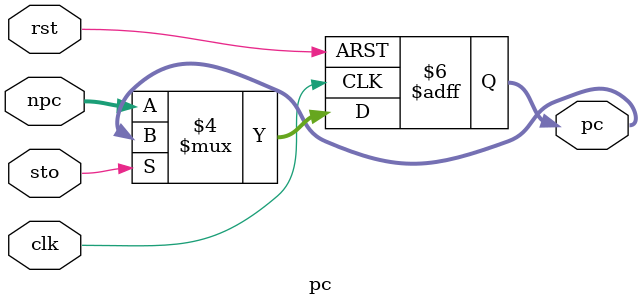
<source format=v>

module pc(clk,rst,npc,pc,sto);
	input clk;
	input rst;
	input [31:0]npc;
	output reg[31:0]pc;
	input sto;
	
	initial
	begin
	pc=32'h0000_3000;
	end
	
	//always@(posedge clk or posedge rst)
	always@(posedge clk or posedge rst)
	begin
		if(rst)
		begin
			pc=32'h0000_3000;
		end
		else if(sto)
		begin 
			pc=pc;
		end
		else
		begin
		  pc=npc;
		end 
	end


endmodule

</source>
